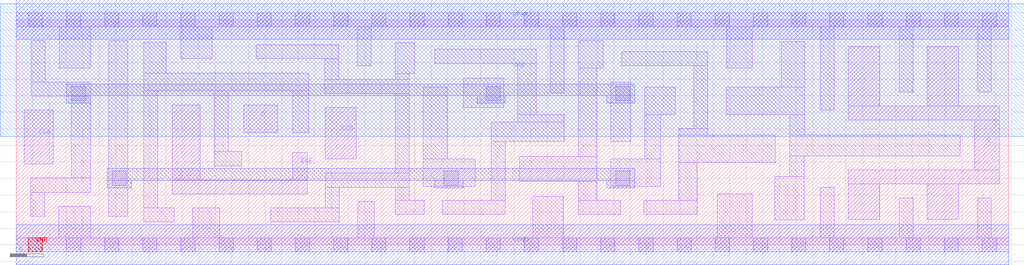
<source format=lef>
# Copyright 2020 The SkyWater PDK Authors
#
# Licensed under the Apache License, Version 2.0 (the "License");
# you may not use this file except in compliance with the License.
# You may obtain a copy of the License at
#
#     https://www.apache.org/licenses/LICENSE-2.0
#
# Unless required by applicable law or agreed to in writing, software
# distributed under the License is distributed on an "AS IS" BASIS,
# WITHOUT WARRANTIES OR CONDITIONS OF ANY KIND, either express or implied.
# See the License for the specific language governing permissions and
# limitations under the License.
#
# SPDX-License-Identifier: Apache-2.0

VERSION 5.7 ;
  NOWIREEXTENSIONATPIN ON ;
  DIVIDERCHAR "/" ;
  BUSBITCHARS "[]" ;
PROPERTYDEFINITIONS
  MACRO maskLayoutSubType STRING ;
  MACRO prCellType STRING ;
  MACRO originalViewName STRING ;
END PROPERTYDEFINITIONS
MACRO sky130_fd_sc_hdll__sdfxtp_4
  CLASS CORE ;
  FOREIGN sky130_fd_sc_hdll__sdfxtp_4 ;
  ORIGIN  0.000000  0.000000 ;
  SIZE  11.96000 BY  2.720000 ;
  SYMMETRY X Y R90 ;
  SITE unithd ;
  PIN CLK
    ANTENNAGATEAREA  0.178200 ;
    DIRECTION INPUT ;
    USE SIGNAL ;
    PORT
      LAYER li1 ;
        RECT 0.095000 0.975000 0.445000 1.625000 ;
    END
  END CLK
  PIN D
    ANTENNAGATEAREA  0.178200 ;
    DIRECTION INPUT ;
    USE SIGNAL ;
    PORT
      LAYER li1 ;
        RECT 2.745000 1.355000 3.150000 1.685000 ;
    END
  END D
  PIN Q
    ANTENNADIFFAREA  1.028500 ;
    DIRECTION OUTPUT ;
    USE SIGNAL ;
    PORT
      LAYER li1 ;
        RECT 10.030000 0.305000 10.410000 0.735000 ;
        RECT 10.030000 0.735000 11.850000 0.905000 ;
        RECT 10.030000 1.505000 11.850000 1.675000 ;
        RECT 10.030000 1.675000 10.410000 2.395000 ;
        RECT 10.980000 0.305000 11.360000 0.735000 ;
        RECT 10.980000 1.675000 11.360000 2.395000 ;
        RECT 11.550000 0.905000 11.850000 1.505000 ;
    END
  END Q
  PIN SCD
    ANTENNAGATEAREA  0.178200 ;
    DIRECTION INPUT ;
    USE SIGNAL ;
    PORT
      LAYER li1 ;
        RECT 3.725000 1.035000 4.095000 1.655000 ;
    END
  END SCD
  PIN SCE
    ANTENNAGATEAREA  0.356400 ;
    DIRECTION INPUT ;
    USE SIGNAL ;
    PORT
      LAYER li1 ;
        RECT 1.880000 0.615000 3.505000 0.785000 ;
        RECT 1.880000 0.785000 2.215000 1.685000 ;
        RECT 3.335000 0.785000 3.505000 1.115000 ;
    END
  END SCE
  PIN VGND
    DIRECTION INOUT ;
    USE GROUND ;
    PORT
      LAYER met1 ;
        RECT 0.000000 -0.240000 11.960000 0.240000 ;
    END
  END VGND
  PIN VNB
    DIRECTION INOUT ;
    USE GROUND ;
    PORT
      LAYER pwell ;
        RECT 0.145000 -0.085000 0.315000 0.085000 ;
    END
  END VNB
  PIN VPB
    DIRECTION INOUT ;
    USE POWER ;
    PORT
      LAYER nwell ;
        RECT -0.190000 1.305000 12.150000 2.910000 ;
    END
  END VPB
  PIN VPWR
    DIRECTION INOUT ;
    USE POWER ;
    PORT
      LAYER met1 ;
        RECT 0.000000 2.480000 11.960000 2.960000 ;
    END
  END VPWR
  OBS
    LAYER li1 ;
      RECT  0.000000 -0.085000 11.960000 0.085000 ;
      RECT  0.000000  2.635000 11.960000 2.805000 ;
      RECT  0.175000  0.345000  0.345000 0.635000 ;
      RECT  0.175000  0.635000  0.895000 0.805000 ;
      RECT  0.180000  1.795000  0.895000 1.965000 ;
      RECT  0.180000  1.965000  0.350000 2.465000 ;
      RECT  0.515000  0.085000  0.895000 0.465000 ;
      RECT  0.520000  2.135000  0.900000 2.635000 ;
      RECT  0.665000  0.805000  0.895000 1.795000 ;
      RECT  1.115000  0.345000  1.345000 2.465000 ;
      RECT  1.535000  0.275000  1.905000 0.445000 ;
      RECT  1.535000  0.445000  1.705000 1.860000 ;
      RECT  1.535000  1.860000  3.525000 2.075000 ;
      RECT  1.535000  2.075000  1.810000 2.445000 ;
      RECT  1.980000  2.245000  2.360000 2.635000 ;
      RECT  2.125000  0.085000  2.455000 0.445000 ;
      RECT  2.385000  0.955000  2.715000 1.125000 ;
      RECT  2.385000  1.125000  2.555000 1.860000 ;
      RECT  2.895000  2.245000  3.890000 2.415000 ;
      RECT  3.070000  0.275000  3.895000 0.445000 ;
      RECT  3.330000  1.355000  3.525000 1.860000 ;
      RECT  3.720000  1.825000  4.735000 1.995000 ;
      RECT  3.720000  1.995000  3.890000 2.245000 ;
      RECT  3.725000  0.445000  3.895000 0.695000 ;
      RECT  3.725000  0.695000  4.735000 0.865000 ;
      RECT  4.110000  2.165000  4.280000 2.635000 ;
      RECT  4.115000  0.085000  4.315000 0.525000 ;
      RECT  4.565000  0.365000  4.915000 0.535000 ;
      RECT  4.565000  0.535000  4.735000 0.695000 ;
      RECT  4.565000  0.865000  4.735000 1.825000 ;
      RECT  4.565000  1.995000  4.735000 2.065000 ;
      RECT  4.565000  2.065000  4.800000 2.440000 ;
      RECT  4.905000  0.705000  5.535000 1.035000 ;
      RECT  4.905000  1.035000  5.195000 1.905000 ;
      RECT  5.045000  2.190000  6.265000 2.360000 ;
      RECT  5.135000  0.365000  5.895000 0.535000 ;
      RECT  5.385000  1.655000  5.875000 2.010000 ;
      RECT  5.725000  0.535000  5.895000 1.245000 ;
      RECT  5.725000  1.245000  6.605000 1.485000 ;
      RECT  6.045000  1.485000  6.605000 1.575000 ;
      RECT  6.045000  1.575000  6.265000 2.190000 ;
      RECT  6.065000  0.765000  6.995000 1.065000 ;
      RECT  6.225000  0.085000  6.595000 0.585000 ;
      RECT  6.435000  1.835000  6.605000 2.635000 ;
      RECT  6.775000  0.365000  7.285000 0.535000 ;
      RECT  6.775000  0.535000  6.995000 0.765000 ;
      RECT  6.775000  1.065000  6.995000 2.135000 ;
      RECT  6.775000  2.135000  7.075000 2.465000 ;
      RECT  7.165000  0.705000  7.765000 1.035000 ;
      RECT  7.165000  1.245000  7.405000 1.965000 ;
      RECT  7.300000  2.165000  8.335000 2.335000 ;
      RECT  7.565000  0.365000  8.205000 0.535000 ;
      RECT  7.575000  1.035000  7.765000 1.575000 ;
      RECT  7.575000  1.575000  7.945000 1.905000 ;
      RECT  7.985000  0.535000  8.205000 0.995000 ;
      RECT  7.985000  0.995000  9.150000 1.325000 ;
      RECT  7.985000  1.325000  8.335000 1.405000 ;
      RECT  8.165000  1.405000  8.335000 2.165000 ;
      RECT  8.450000  0.085000  8.870000 0.615000 ;
      RECT  8.555000  1.575000  9.505000 1.905000 ;
      RECT  8.565000  2.135000  8.870000 2.635000 ;
      RECT  9.140000  0.300000  9.500000 0.825000 ;
      RECT  9.220000  1.905000  9.505000 2.455000 ;
      RECT  9.320000  0.825000  9.500000 1.075000 ;
      RECT  9.320000  1.075000 11.380000 1.325000 ;
      RECT  9.320000  1.325000  9.505000 1.575000 ;
      RECT  9.690000  0.085000  9.860000 0.695000 ;
      RECT  9.690000  1.625000  9.860000 2.635000 ;
      RECT 10.640000  0.085000 10.810000 0.565000 ;
      RECT 10.640000  1.845000 10.810000 2.635000 ;
      RECT 11.580000  0.085000 11.750000 0.565000 ;
      RECT 11.580000  1.845000 11.750000 2.635000 ;
    LAYER mcon ;
      RECT  0.145000 -0.085000  0.315000 0.085000 ;
      RECT  0.145000  2.635000  0.315000 2.805000 ;
      RECT  0.605000 -0.085000  0.775000 0.085000 ;
      RECT  0.605000  2.635000  0.775000 2.805000 ;
      RECT  0.665000  1.740000  0.835000 1.910000 ;
      RECT  1.065000 -0.085000  1.235000 0.085000 ;
      RECT  1.065000  2.635000  1.235000 2.805000 ;
      RECT  1.155000  0.720000  1.325000 0.890000 ;
      RECT  1.525000 -0.085000  1.695000 0.085000 ;
      RECT  1.525000  2.635000  1.695000 2.805000 ;
      RECT  1.985000 -0.085000  2.155000 0.085000 ;
      RECT  1.985000  2.635000  2.155000 2.805000 ;
      RECT  2.445000 -0.085000  2.615000 0.085000 ;
      RECT  2.445000  2.635000  2.615000 2.805000 ;
      RECT  2.905000 -0.085000  3.075000 0.085000 ;
      RECT  2.905000  2.635000  3.075000 2.805000 ;
      RECT  3.365000 -0.085000  3.535000 0.085000 ;
      RECT  3.365000  2.635000  3.535000 2.805000 ;
      RECT  3.825000 -0.085000  3.995000 0.085000 ;
      RECT  3.825000  2.635000  3.995000 2.805000 ;
      RECT  4.285000 -0.085000  4.455000 0.085000 ;
      RECT  4.285000  2.635000  4.455000 2.805000 ;
      RECT  4.745000 -0.085000  4.915000 0.085000 ;
      RECT  4.745000  2.635000  4.915000 2.805000 ;
      RECT  5.155000  0.720000  5.325000 0.890000 ;
      RECT  5.205000 -0.085000  5.375000 0.085000 ;
      RECT  5.205000  2.635000  5.375000 2.805000 ;
      RECT  5.665000 -0.085000  5.835000 0.085000 ;
      RECT  5.665000  1.740000  5.835000 1.910000 ;
      RECT  5.665000  2.635000  5.835000 2.805000 ;
      RECT  6.125000 -0.085000  6.295000 0.085000 ;
      RECT  6.125000  2.635000  6.295000 2.805000 ;
      RECT  6.585000 -0.085000  6.755000 0.085000 ;
      RECT  6.585000  2.635000  6.755000 2.805000 ;
      RECT  7.045000 -0.085000  7.215000 0.085000 ;
      RECT  7.045000  2.635000  7.215000 2.805000 ;
      RECT  7.225000  0.720000  7.395000 0.890000 ;
      RECT  7.225000  1.740000  7.395000 1.910000 ;
      RECT  7.505000 -0.085000  7.675000 0.085000 ;
      RECT  7.505000  2.635000  7.675000 2.805000 ;
      RECT  7.965000 -0.085000  8.135000 0.085000 ;
      RECT  7.965000  2.635000  8.135000 2.805000 ;
      RECT  8.425000 -0.085000  8.595000 0.085000 ;
      RECT  8.425000  2.635000  8.595000 2.805000 ;
      RECT  8.885000 -0.085000  9.055000 0.085000 ;
      RECT  8.885000  2.635000  9.055000 2.805000 ;
      RECT  9.345000 -0.085000  9.515000 0.085000 ;
      RECT  9.345000  2.635000  9.515000 2.805000 ;
      RECT  9.805000 -0.085000  9.975000 0.085000 ;
      RECT  9.805000  2.635000  9.975000 2.805000 ;
      RECT 10.265000 -0.085000 10.435000 0.085000 ;
      RECT 10.265000  2.635000 10.435000 2.805000 ;
      RECT 10.725000 -0.085000 10.895000 0.085000 ;
      RECT 10.725000  2.635000 10.895000 2.805000 ;
      RECT 11.185000 -0.085000 11.355000 0.085000 ;
      RECT 11.185000  2.635000 11.355000 2.805000 ;
      RECT 11.645000 -0.085000 11.815000 0.085000 ;
      RECT 11.645000  2.635000 11.815000 2.805000 ;
    LAYER met1 ;
      RECT 0.605000 1.710000 0.895000 1.800000 ;
      RECT 0.605000 1.800000 7.455000 1.940000 ;
      RECT 1.095000 0.690000 1.385000 0.780000 ;
      RECT 1.095000 0.780000 7.455000 0.920000 ;
      RECT 5.045000 0.690000 5.385000 0.780000 ;
      RECT 5.555000 1.710000 5.895000 1.800000 ;
      RECT 7.115000 0.690000 7.455000 0.780000 ;
      RECT 7.115000 1.710000 7.455000 1.800000 ;
  END
  PROPERTY maskLayoutSubType "abstract" ;
  PROPERTY prCellType "standard" ;
  PROPERTY originalViewName "layout" ;
END sky130_fd_sc_hdll__sdfxtp_4
END LIBRARY

</source>
